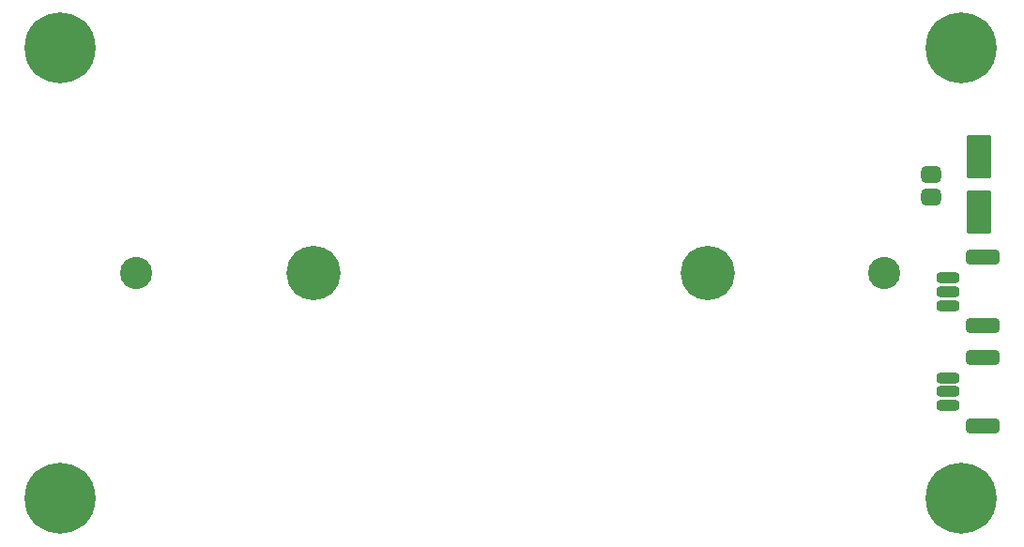
<source format=gbr>
%TF.GenerationSoftware,KiCad,Pcbnew,6.0.4-6f826c9f35~116~ubuntu20.04.1*%
%TF.CreationDate,2022-07-18T09:06:11+00:00*%
%TF.ProjectId,UST1BATTD01A,55535431-4241-4545-9444-3031412e6b69,rev?*%
%TF.SameCoordinates,PX463f660PY87a6900*%
%TF.FileFunction,Soldermask,Top*%
%TF.FilePolarity,Negative*%
%FSLAX46Y46*%
G04 Gerber Fmt 4.6, Leading zero omitted, Abs format (unit mm)*
G04 Created by KiCad (PCBNEW 6.0.4-6f826c9f35~116~ubuntu20.04.1) date 2022-07-18 09:06:11*
%MOMM*%
%LPD*%
G01*
G04 APERTURE LIST*
G04 Aperture macros list*
%AMRoundRect*
0 Rectangle with rounded corners*
0 $1 Rounding radius*
0 $2 $3 $4 $5 $6 $7 $8 $9 X,Y pos of 4 corners*
0 Add a 4 corners polygon primitive as box body*
4,1,4,$2,$3,$4,$5,$6,$7,$8,$9,$2,$3,0*
0 Add four circle primitives for the rounded corners*
1,1,$1+$1,$2,$3*
1,1,$1+$1,$4,$5*
1,1,$1+$1,$6,$7*
1,1,$1+$1,$8,$9*
0 Add four rect primitives between the rounded corners*
20,1,$1+$1,$2,$3,$4,$5,0*
20,1,$1+$1,$4,$5,$6,$7,0*
20,1,$1+$1,$6,$7,$8,$9,0*
20,1,$1+$1,$8,$9,$2,$3,0*%
G04 Aperture macros list end*
%ADD10C,6.400000*%
%ADD11C,4.900000*%
%ADD12C,2.900000*%
%ADD13RoundRect,0.200000X0.900000X-1.750000X0.900000X1.750000X-0.900000X1.750000X-0.900000X-1.750000X0*%
%ADD14RoundRect,0.450000X-0.450000X0.325000X-0.450000X-0.325000X0.450000X-0.325000X0.450000X0.325000X0*%
%ADD15RoundRect,0.350000X0.700000X-0.150000X0.700000X0.150000X-0.700000X0.150000X-0.700000X-0.150000X0*%
%ADD16RoundRect,0.450000X1.100000X-0.250000X1.100000X0.250000X-1.100000X0.250000X-1.100000X-0.250000X0*%
G04 APERTURE END LIST*
D10*
%TO.C,M3*%
X86360000Y45720000D03*
%TD*%
D11*
%TO.C,BT1*%
X63520000Y25400000D03*
X27920000Y25400000D03*
D12*
X79470000Y25400000D03*
X11970000Y25400000D03*
%TD*%
D13*
%TO.C,D2*%
X88011000Y30941000D03*
X88011000Y35941000D03*
%TD*%
D14*
%TO.C,F2*%
X83693000Y34308000D03*
X83693000Y32258000D03*
%TD*%
D15*
%TO.C,J1*%
X85150000Y13482000D03*
X85150000Y14732000D03*
X85150000Y15982000D03*
D16*
X88350000Y11632000D03*
X88350000Y17832000D03*
%TD*%
D10*
%TO.C,M4*%
X86360000Y5080000D03*
%TD*%
%TO.C,M2*%
X5080000Y5080000D03*
%TD*%
%TO.C,M1*%
X5080000Y45720000D03*
%TD*%
D15*
%TO.C,J4*%
X85150000Y22499000D03*
X85150000Y23749000D03*
X85150000Y24999000D03*
D16*
X88350000Y26849000D03*
X88350000Y20649000D03*
%TD*%
M02*

</source>
